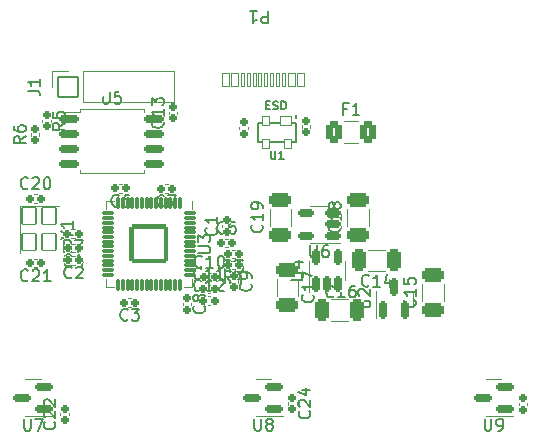
<source format=gbr>
%TF.GenerationSoftware,KiCad,Pcbnew,(7.0.0-0)*%
%TF.CreationDate,2023-04-23T01:53:15-05:00*%
%TF.ProjectId,RP2040_minimal,52503230-3430-45f6-9d69-6e696d616c2e,REV1*%
%TF.SameCoordinates,Original*%
%TF.FileFunction,Legend,Top*%
%TF.FilePolarity,Positive*%
%FSLAX46Y46*%
G04 Gerber Fmt 4.6, Leading zero omitted, Abs format (unit mm)*
G04 Created by KiCad (PCBNEW (7.0.0-0)) date 2023-04-23 01:53:15*
%MOMM*%
%LPD*%
G01*
G04 APERTURE LIST*
G04 Aperture macros list*
%AMRoundRect*
0 Rectangle with rounded corners*
0 $1 Rounding radius*
0 $2 $3 $4 $5 $6 $7 $8 $9 X,Y pos of 4 corners*
0 Add a 4 corners polygon primitive as box body*
4,1,4,$2,$3,$4,$5,$6,$7,$8,$9,$2,$3,0*
0 Add four circle primitives for the rounded corners*
1,1,$1+$1,$2,$3*
1,1,$1+$1,$4,$5*
1,1,$1+$1,$6,$7*
1,1,$1+$1,$8,$9*
0 Add four rect primitives between the rounded corners*
20,1,$1+$1,$2,$3,$4,$5,0*
20,1,$1+$1,$4,$5,$6,$7,0*
20,1,$1+$1,$6,$7,$8,$9,0*
20,1,$1+$1,$8,$9,$2,$3,0*%
G04 Aperture macros list end*
%ADD10C,0.150000*%
%ADD11C,0.120000*%
%ADD12RoundRect,0.191000X-0.170000X0.140000X-0.170000X-0.140000X0.170000X-0.140000X0.170000X0.140000X0*%
%ADD13RoundRect,0.051000X0.300000X0.575000X-0.300000X0.575000X-0.300000X-0.575000X0.300000X-0.575000X0*%
%ADD14RoundRect,0.051000X0.150000X0.575000X-0.150000X0.575000X-0.150000X-0.575000X0.150000X-0.575000X0*%
%ADD15O,1.102000X1.902000*%
%ADD16O,1.102000X2.302000*%
%ADD17RoundRect,0.191000X-0.140000X-0.170000X0.140000X-0.170000X0.140000X0.170000X-0.140000X0.170000X0*%
%ADD18RoundRect,0.201000X0.512500X0.150000X-0.512500X0.150000X-0.512500X-0.150000X0.512500X-0.150000X0*%
%ADD19RoundRect,0.191000X0.140000X0.170000X-0.140000X0.170000X-0.140000X-0.170000X0.140000X-0.170000X0*%
%ADD20RoundRect,0.201000X0.587500X0.150000X-0.587500X0.150000X-0.587500X-0.150000X0.587500X-0.150000X0*%
%ADD21RoundRect,0.301000X0.650000X-0.325000X0.650000X0.325000X-0.650000X0.325000X-0.650000X-0.325000X0*%
%ADD22RoundRect,0.201000X0.150000X-0.587500X0.150000X0.587500X-0.150000X0.587500X-0.150000X-0.587500X0*%
%ADD23RoundRect,0.051000X-0.600000X0.700000X-0.600000X-0.700000X0.600000X-0.700000X0.600000X0.700000X0*%
%ADD24RoundRect,0.050000X0.500000X0.350000X-0.500000X0.350000X-0.500000X-0.350000X0.500000X-0.350000X0*%
%ADD25RoundRect,0.050000X0.300000X0.350000X-0.300000X0.350000X-0.300000X-0.350000X0.300000X-0.350000X0*%
%ADD26RoundRect,0.301000X-0.325000X-0.650000X0.325000X-0.650000X0.325000X0.650000X-0.325000X0.650000X0*%
%ADD27RoundRect,0.191000X0.170000X-0.140000X0.170000X0.140000X-0.170000X0.140000X-0.170000X-0.140000X0*%
%ADD28RoundRect,0.201000X-0.650000X-0.150000X0.650000X-0.150000X0.650000X0.150000X-0.650000X0.150000X0*%
%ADD29RoundRect,0.301000X0.325000X0.650000X-0.325000X0.650000X-0.325000X-0.650000X0.325000X-0.650000X0*%
%ADD30RoundRect,0.301000X-0.650000X0.325000X-0.650000X-0.325000X0.650000X-0.325000X0.650000X0.325000X0*%
%ADD31RoundRect,0.186000X0.135000X0.185000X-0.135000X0.185000X-0.135000X-0.185000X0.135000X-0.185000X0*%
%ADD32RoundRect,0.101000X-0.050000X0.387500X-0.050000X-0.387500X0.050000X-0.387500X0.050000X0.387500X0*%
%ADD33RoundRect,0.101000X-0.387500X0.050000X-0.387500X-0.050000X0.387500X-0.050000X0.387500X0.050000X0*%
%ADD34RoundRect,0.195000X-1.456000X1.456000X-1.456000X-1.456000X1.456000X-1.456000X1.456000X1.456000X0*%
%ADD35RoundRect,0.051000X0.850000X-0.850000X0.850000X0.850000X-0.850000X0.850000X-0.850000X-0.850000X0*%
%ADD36O,1.802000X1.802000*%
%ADD37RoundRect,0.301000X-0.375000X-0.625000X0.375000X-0.625000X0.375000X0.625000X-0.375000X0.625000X0*%
%ADD38RoundRect,0.201000X0.150000X-0.512500X0.150000X0.512500X-0.150000X0.512500X-0.150000X-0.512500X0*%
%ADD39C,3.302000*%
%ADD40C,1.802000*%
%ADD41C,6.502000*%
G04 APERTURE END LIST*
D10*
%TO.C,C9*%
X-1082858Y9683334D02*
X-1035239Y9635715D01*
X-1035239Y9635715D02*
X-987620Y9492858D01*
X-987620Y9492858D02*
X-987620Y9397620D01*
X-987620Y9397620D02*
X-1035239Y9254763D01*
X-1035239Y9254763D02*
X-1130477Y9159525D01*
X-1130477Y9159525D02*
X-1225715Y9111906D01*
X-1225715Y9111906D02*
X-1416191Y9064287D01*
X-1416191Y9064287D02*
X-1559048Y9064287D01*
X-1559048Y9064287D02*
X-1749524Y9111906D01*
X-1749524Y9111906D02*
X-1844762Y9159525D01*
X-1844762Y9159525D02*
X-1940000Y9254763D01*
X-1940000Y9254763D02*
X-1987620Y9397620D01*
X-1987620Y9397620D02*
X-1987620Y9492858D01*
X-1987620Y9492858D02*
X-1940000Y9635715D01*
X-1940000Y9635715D02*
X-1892381Y9683334D01*
X-987620Y10159525D02*
X-987620Y10350001D01*
X-987620Y10350001D02*
X-1035239Y10445239D01*
X-1035239Y10445239D02*
X-1082858Y10492858D01*
X-1082858Y10492858D02*
X-1225715Y10588096D01*
X-1225715Y10588096D02*
X-1416191Y10635715D01*
X-1416191Y10635715D02*
X-1797143Y10635715D01*
X-1797143Y10635715D02*
X-1892381Y10588096D01*
X-1892381Y10588096D02*
X-1940000Y10540477D01*
X-1940000Y10540477D02*
X-1987620Y10445239D01*
X-1987620Y10445239D02*
X-1987620Y10254763D01*
X-1987620Y10254763D02*
X-1940000Y10159525D01*
X-1940000Y10159525D02*
X-1892381Y10111906D01*
X-1892381Y10111906D02*
X-1797143Y10064287D01*
X-1797143Y10064287D02*
X-1559048Y10064287D01*
X-1559048Y10064287D02*
X-1463810Y10111906D01*
X-1463810Y10111906D02*
X-1416191Y10159525D01*
X-1416191Y10159525D02*
X-1368572Y10254763D01*
X-1368572Y10254763D02*
X-1368572Y10445239D01*
X-1368572Y10445239D02*
X-1416191Y10540477D01*
X-1416191Y10540477D02*
X-1463810Y10588096D01*
X-1463810Y10588096D02*
X-1559048Y10635715D01*
%TO.C,P1*%
X388094Y32737381D02*
X388094Y31737381D01*
X388094Y31737381D02*
X7142Y31737381D01*
X7142Y31737381D02*
X-88096Y31785000D01*
X-88096Y31785000D02*
X-135715Y31832620D01*
X-135715Y31832620D02*
X-183334Y31927858D01*
X-183334Y31927858D02*
X-183334Y32070715D01*
X-183334Y32070715D02*
X-135715Y32165953D01*
X-135715Y32165953D02*
X-88096Y32213572D01*
X-88096Y32213572D02*
X7142Y32261191D01*
X7142Y32261191D02*
X388094Y32261191D01*
X-1135715Y32737381D02*
X-564287Y32737381D01*
X-850001Y32737381D02*
X-850001Y31737381D01*
X-850001Y31737381D02*
X-754763Y31880239D01*
X-754763Y31880239D02*
X-659525Y31975477D01*
X-659525Y31975477D02*
X-564287Y32023096D01*
%TO.C,C12*%
X-5247858Y9127858D02*
X-5295477Y9080239D01*
X-5295477Y9080239D02*
X-5438334Y9032620D01*
X-5438334Y9032620D02*
X-5533572Y9032620D01*
X-5533572Y9032620D02*
X-5676429Y9080239D01*
X-5676429Y9080239D02*
X-5771667Y9175477D01*
X-5771667Y9175477D02*
X-5819286Y9270715D01*
X-5819286Y9270715D02*
X-5866905Y9461191D01*
X-5866905Y9461191D02*
X-5866905Y9604048D01*
X-5866905Y9604048D02*
X-5819286Y9794524D01*
X-5819286Y9794524D02*
X-5771667Y9889762D01*
X-5771667Y9889762D02*
X-5676429Y9985000D01*
X-5676429Y9985000D02*
X-5533572Y10032620D01*
X-5533572Y10032620D02*
X-5438334Y10032620D01*
X-5438334Y10032620D02*
X-5295477Y9985000D01*
X-5295477Y9985000D02*
X-5247858Y9937381D01*
X-4295477Y9032620D02*
X-4866905Y9032620D01*
X-4581191Y9032620D02*
X-4581191Y10032620D01*
X-4581191Y10032620D02*
X-4676429Y9889762D01*
X-4676429Y9889762D02*
X-4771667Y9794524D01*
X-4771667Y9794524D02*
X-4866905Y9746905D01*
X-3914524Y9937381D02*
X-3866905Y9985000D01*
X-3866905Y9985000D02*
X-3771667Y10032620D01*
X-3771667Y10032620D02*
X-3533572Y10032620D01*
X-3533572Y10032620D02*
X-3438334Y9985000D01*
X-3438334Y9985000D02*
X-3390715Y9937381D01*
X-3390715Y9937381D02*
X-3343096Y9842143D01*
X-3343096Y9842143D02*
X-3343096Y9746905D01*
X-3343096Y9746905D02*
X-3390715Y9604048D01*
X-3390715Y9604048D02*
X-3962143Y9032620D01*
X-3962143Y9032620D02*
X-3343096Y9032620D01*
%TO.C,C8*%
X-5022858Y7793334D02*
X-4975239Y7745715D01*
X-4975239Y7745715D02*
X-4927620Y7602858D01*
X-4927620Y7602858D02*
X-4927620Y7507620D01*
X-4927620Y7507620D02*
X-4975239Y7364763D01*
X-4975239Y7364763D02*
X-5070477Y7269525D01*
X-5070477Y7269525D02*
X-5165715Y7221906D01*
X-5165715Y7221906D02*
X-5356191Y7174287D01*
X-5356191Y7174287D02*
X-5499048Y7174287D01*
X-5499048Y7174287D02*
X-5689524Y7221906D01*
X-5689524Y7221906D02*
X-5784762Y7269525D01*
X-5784762Y7269525D02*
X-5880000Y7364763D01*
X-5880000Y7364763D02*
X-5927620Y7507620D01*
X-5927620Y7507620D02*
X-5927620Y7602858D01*
X-5927620Y7602858D02*
X-5880000Y7745715D01*
X-5880000Y7745715D02*
X-5832381Y7793334D01*
X-5499048Y8364763D02*
X-5546667Y8269525D01*
X-5546667Y8269525D02*
X-5594286Y8221906D01*
X-5594286Y8221906D02*
X-5689524Y8174287D01*
X-5689524Y8174287D02*
X-5737143Y8174287D01*
X-5737143Y8174287D02*
X-5832381Y8221906D01*
X-5832381Y8221906D02*
X-5880000Y8269525D01*
X-5880000Y8269525D02*
X-5927620Y8364763D01*
X-5927620Y8364763D02*
X-5927620Y8555239D01*
X-5927620Y8555239D02*
X-5880000Y8650477D01*
X-5880000Y8650477D02*
X-5832381Y8698096D01*
X-5832381Y8698096D02*
X-5737143Y8745715D01*
X-5737143Y8745715D02*
X-5689524Y8745715D01*
X-5689524Y8745715D02*
X-5594286Y8698096D01*
X-5594286Y8698096D02*
X-5546667Y8650477D01*
X-5546667Y8650477D02*
X-5499048Y8555239D01*
X-5499048Y8555239D02*
X-5499048Y8364763D01*
X-5499048Y8364763D02*
X-5451429Y8269525D01*
X-5451429Y8269525D02*
X-5403810Y8221906D01*
X-5403810Y8221906D02*
X-5308572Y8174287D01*
X-5308572Y8174287D02*
X-5118096Y8174287D01*
X-5118096Y8174287D02*
X-5022858Y8221906D01*
X-5022858Y8221906D02*
X-4975239Y8269525D01*
X-4975239Y8269525D02*
X-4927620Y8364763D01*
X-4927620Y8364763D02*
X-4927620Y8555239D01*
X-4927620Y8555239D02*
X-4975239Y8650477D01*
X-4975239Y8650477D02*
X-5022858Y8698096D01*
X-5022858Y8698096D02*
X-5118096Y8745715D01*
X-5118096Y8745715D02*
X-5308572Y8745715D01*
X-5308572Y8745715D02*
X-5403810Y8698096D01*
X-5403810Y8698096D02*
X-5451429Y8650477D01*
X-5451429Y8650477D02*
X-5499048Y8555239D01*
%TO.C,U6*%
X3963095Y12922620D02*
X3963095Y12113096D01*
X3963095Y12113096D02*
X4010714Y12017858D01*
X4010714Y12017858D02*
X4058333Y11970239D01*
X4058333Y11970239D02*
X4153571Y11922620D01*
X4153571Y11922620D02*
X4344047Y11922620D01*
X4344047Y11922620D02*
X4439285Y11970239D01*
X4439285Y11970239D02*
X4486904Y12017858D01*
X4486904Y12017858D02*
X4534523Y12113096D01*
X4534523Y12113096D02*
X4534523Y12922620D01*
X5439285Y12922620D02*
X5248809Y12922620D01*
X5248809Y12922620D02*
X5153571Y12875000D01*
X5153571Y12875000D02*
X5105952Y12827381D01*
X5105952Y12827381D02*
X5010714Y12684524D01*
X5010714Y12684524D02*
X4963095Y12494048D01*
X4963095Y12494048D02*
X4963095Y12113096D01*
X4963095Y12113096D02*
X5010714Y12017858D01*
X5010714Y12017858D02*
X5058333Y11970239D01*
X5058333Y11970239D02*
X5153571Y11922620D01*
X5153571Y11922620D02*
X5344047Y11922620D01*
X5344047Y11922620D02*
X5439285Y11970239D01*
X5439285Y11970239D02*
X5486904Y12017858D01*
X5486904Y12017858D02*
X5534523Y12113096D01*
X5534523Y12113096D02*
X5534523Y12351191D01*
X5534523Y12351191D02*
X5486904Y12446429D01*
X5486904Y12446429D02*
X5439285Y12494048D01*
X5439285Y12494048D02*
X5344047Y12541667D01*
X5344047Y12541667D02*
X5153571Y12541667D01*
X5153571Y12541667D02*
X5058333Y12494048D01*
X5058333Y12494048D02*
X5010714Y12446429D01*
X5010714Y12446429D02*
X4963095Y12351191D01*
%TO.C,C2*%
X-16221667Y10217858D02*
X-16269286Y10170239D01*
X-16269286Y10170239D02*
X-16412143Y10122620D01*
X-16412143Y10122620D02*
X-16507381Y10122620D01*
X-16507381Y10122620D02*
X-16650238Y10170239D01*
X-16650238Y10170239D02*
X-16745476Y10265477D01*
X-16745476Y10265477D02*
X-16793095Y10360715D01*
X-16793095Y10360715D02*
X-16840714Y10551191D01*
X-16840714Y10551191D02*
X-16840714Y10694048D01*
X-16840714Y10694048D02*
X-16793095Y10884524D01*
X-16793095Y10884524D02*
X-16745476Y10979762D01*
X-16745476Y10979762D02*
X-16650238Y11075000D01*
X-16650238Y11075000D02*
X-16507381Y11122620D01*
X-16507381Y11122620D02*
X-16412143Y11122620D01*
X-16412143Y11122620D02*
X-16269286Y11075000D01*
X-16269286Y11075000D02*
X-16221667Y11027381D01*
X-15840714Y11027381D02*
X-15793095Y11075000D01*
X-15793095Y11075000D02*
X-15697857Y11122620D01*
X-15697857Y11122620D02*
X-15459762Y11122620D01*
X-15459762Y11122620D02*
X-15364524Y11075000D01*
X-15364524Y11075000D02*
X-15316905Y11027381D01*
X-15316905Y11027381D02*
X-15269286Y10932143D01*
X-15269286Y10932143D02*
X-15269286Y10836905D01*
X-15269286Y10836905D02*
X-15316905Y10694048D01*
X-15316905Y10694048D02*
X-15888333Y10122620D01*
X-15888333Y10122620D02*
X-15269286Y10122620D01*
%TO.C,U9*%
X18738095Y-1767380D02*
X18738095Y-2576904D01*
X18738095Y-2576904D02*
X18785714Y-2672142D01*
X18785714Y-2672142D02*
X18833333Y-2719761D01*
X18833333Y-2719761D02*
X18928571Y-2767380D01*
X18928571Y-2767380D02*
X19119047Y-2767380D01*
X19119047Y-2767380D02*
X19214285Y-2719761D01*
X19214285Y-2719761D02*
X19261904Y-2672142D01*
X19261904Y-2672142D02*
X19309523Y-2576904D01*
X19309523Y-2576904D02*
X19309523Y-1767380D01*
X19833333Y-2767380D02*
X20023809Y-2767380D01*
X20023809Y-2767380D02*
X20119047Y-2719761D01*
X20119047Y-2719761D02*
X20166666Y-2672142D01*
X20166666Y-2672142D02*
X20261904Y-2529285D01*
X20261904Y-2529285D02*
X20309523Y-2338809D01*
X20309523Y-2338809D02*
X20309523Y-1957857D01*
X20309523Y-1957857D02*
X20261904Y-1862619D01*
X20261904Y-1862619D02*
X20214285Y-1815000D01*
X20214285Y-1815000D02*
X20119047Y-1767380D01*
X20119047Y-1767380D02*
X19928571Y-1767380D01*
X19928571Y-1767380D02*
X19833333Y-1815000D01*
X19833333Y-1815000D02*
X19785714Y-1862619D01*
X19785714Y-1862619D02*
X19738095Y-1957857D01*
X19738095Y-1957857D02*
X19738095Y-2195952D01*
X19738095Y-2195952D02*
X19785714Y-2291190D01*
X19785714Y-2291190D02*
X19833333Y-2338809D01*
X19833333Y-2338809D02*
X19928571Y-2386428D01*
X19928571Y-2386428D02*
X20119047Y-2386428D01*
X20119047Y-2386428D02*
X20214285Y-2338809D01*
X20214285Y-2338809D02*
X20261904Y-2291190D01*
X20261904Y-2291190D02*
X20309523Y-2195952D01*
%TO.C,R3*%
X-2701667Y10652620D02*
X-3035000Y11128810D01*
X-3273095Y10652620D02*
X-3273095Y11652620D01*
X-3273095Y11652620D02*
X-2892143Y11652620D01*
X-2892143Y11652620D02*
X-2796905Y11605000D01*
X-2796905Y11605000D02*
X-2749286Y11557381D01*
X-2749286Y11557381D02*
X-2701667Y11462143D01*
X-2701667Y11462143D02*
X-2701667Y11319286D01*
X-2701667Y11319286D02*
X-2749286Y11224048D01*
X-2749286Y11224048D02*
X-2796905Y11176429D01*
X-2796905Y11176429D02*
X-2892143Y11128810D01*
X-2892143Y11128810D02*
X-3273095Y11128810D01*
X-2368333Y11652620D02*
X-1749286Y11652620D01*
X-1749286Y11652620D02*
X-2082619Y11271667D01*
X-2082619Y11271667D02*
X-1939762Y11271667D01*
X-1939762Y11271667D02*
X-1844524Y11224048D01*
X-1844524Y11224048D02*
X-1796905Y11176429D01*
X-1796905Y11176429D02*
X-1749286Y11081191D01*
X-1749286Y11081191D02*
X-1749286Y10843096D01*
X-1749286Y10843096D02*
X-1796905Y10747858D01*
X-1796905Y10747858D02*
X-1844524Y10700239D01*
X-1844524Y10700239D02*
X-1939762Y10652620D01*
X-1939762Y10652620D02*
X-2225476Y10652620D01*
X-2225476Y10652620D02*
X-2320714Y10700239D01*
X-2320714Y10700239D02*
X-2368333Y10747858D01*
%TO.C,C18*%
X6452142Y14647143D02*
X6499761Y14599524D01*
X6499761Y14599524D02*
X6547380Y14456667D01*
X6547380Y14456667D02*
X6547380Y14361429D01*
X6547380Y14361429D02*
X6499761Y14218572D01*
X6499761Y14218572D02*
X6404523Y14123334D01*
X6404523Y14123334D02*
X6309285Y14075715D01*
X6309285Y14075715D02*
X6118809Y14028096D01*
X6118809Y14028096D02*
X5975952Y14028096D01*
X5975952Y14028096D02*
X5785476Y14075715D01*
X5785476Y14075715D02*
X5690238Y14123334D01*
X5690238Y14123334D02*
X5595000Y14218572D01*
X5595000Y14218572D02*
X5547380Y14361429D01*
X5547380Y14361429D02*
X5547380Y14456667D01*
X5547380Y14456667D02*
X5595000Y14599524D01*
X5595000Y14599524D02*
X5642619Y14647143D01*
X6547380Y15599524D02*
X6547380Y15028096D01*
X6547380Y15313810D02*
X5547380Y15313810D01*
X5547380Y15313810D02*
X5690238Y15218572D01*
X5690238Y15218572D02*
X5785476Y15123334D01*
X5785476Y15123334D02*
X5833095Y15028096D01*
X5975952Y16170953D02*
X5928333Y16075715D01*
X5928333Y16075715D02*
X5880714Y16028096D01*
X5880714Y16028096D02*
X5785476Y15980477D01*
X5785476Y15980477D02*
X5737857Y15980477D01*
X5737857Y15980477D02*
X5642619Y16028096D01*
X5642619Y16028096D02*
X5595000Y16075715D01*
X5595000Y16075715D02*
X5547380Y16170953D01*
X5547380Y16170953D02*
X5547380Y16361429D01*
X5547380Y16361429D02*
X5595000Y16456667D01*
X5595000Y16456667D02*
X5642619Y16504286D01*
X5642619Y16504286D02*
X5737857Y16551905D01*
X5737857Y16551905D02*
X5785476Y16551905D01*
X5785476Y16551905D02*
X5880714Y16504286D01*
X5880714Y16504286D02*
X5928333Y16456667D01*
X5928333Y16456667D02*
X5975952Y16361429D01*
X5975952Y16361429D02*
X5975952Y16170953D01*
X5975952Y16170953D02*
X6023571Y16075715D01*
X6023571Y16075715D02*
X6071190Y16028096D01*
X6071190Y16028096D02*
X6166428Y15980477D01*
X6166428Y15980477D02*
X6356904Y15980477D01*
X6356904Y15980477D02*
X6452142Y16028096D01*
X6452142Y16028096D02*
X6499761Y16075715D01*
X6499761Y16075715D02*
X6547380Y16170953D01*
X6547380Y16170953D02*
X6547380Y16361429D01*
X6547380Y16361429D02*
X6499761Y16456667D01*
X6499761Y16456667D02*
X6452142Y16504286D01*
X6452142Y16504286D02*
X6356904Y16551905D01*
X6356904Y16551905D02*
X6166428Y16551905D01*
X6166428Y16551905D02*
X6071190Y16504286D01*
X6071190Y16504286D02*
X6023571Y16456667D01*
X6023571Y16456667D02*
X5975952Y16361429D01*
%TO.C,U2*%
X8037380Y7655596D02*
X8846904Y7655596D01*
X8846904Y7655596D02*
X8942142Y7703215D01*
X8942142Y7703215D02*
X8989761Y7750834D01*
X8989761Y7750834D02*
X9037380Y7846072D01*
X9037380Y7846072D02*
X9037380Y8036548D01*
X9037380Y8036548D02*
X8989761Y8131786D01*
X8989761Y8131786D02*
X8942142Y8179405D01*
X8942142Y8179405D02*
X8846904Y8227024D01*
X8846904Y8227024D02*
X8037380Y8227024D01*
X8132619Y8655596D02*
X8085000Y8703215D01*
X8085000Y8703215D02*
X8037380Y8798453D01*
X8037380Y8798453D02*
X8037380Y9036548D01*
X8037380Y9036548D02*
X8085000Y9131786D01*
X8085000Y9131786D02*
X8132619Y9179405D01*
X8132619Y9179405D02*
X8227857Y9227024D01*
X8227857Y9227024D02*
X8323095Y9227024D01*
X8323095Y9227024D02*
X8465952Y9179405D01*
X8465952Y9179405D02*
X9037380Y8607977D01*
X9037380Y8607977D02*
X9037380Y9227024D01*
%TO.C,C11*%
X-5257858Y10117858D02*
X-5305477Y10070239D01*
X-5305477Y10070239D02*
X-5448334Y10022620D01*
X-5448334Y10022620D02*
X-5543572Y10022620D01*
X-5543572Y10022620D02*
X-5686429Y10070239D01*
X-5686429Y10070239D02*
X-5781667Y10165477D01*
X-5781667Y10165477D02*
X-5829286Y10260715D01*
X-5829286Y10260715D02*
X-5876905Y10451191D01*
X-5876905Y10451191D02*
X-5876905Y10594048D01*
X-5876905Y10594048D02*
X-5829286Y10784524D01*
X-5829286Y10784524D02*
X-5781667Y10879762D01*
X-5781667Y10879762D02*
X-5686429Y10975000D01*
X-5686429Y10975000D02*
X-5543572Y11022620D01*
X-5543572Y11022620D02*
X-5448334Y11022620D01*
X-5448334Y11022620D02*
X-5305477Y10975000D01*
X-5305477Y10975000D02*
X-5257858Y10927381D01*
X-4305477Y10022620D02*
X-4876905Y10022620D01*
X-4591191Y10022620D02*
X-4591191Y11022620D01*
X-4591191Y11022620D02*
X-4686429Y10879762D01*
X-4686429Y10879762D02*
X-4781667Y10784524D01*
X-4781667Y10784524D02*
X-4876905Y10736905D01*
X-3353096Y10022620D02*
X-3924524Y10022620D01*
X-3638810Y10022620D02*
X-3638810Y11022620D01*
X-3638810Y11022620D02*
X-3734048Y10879762D01*
X-3734048Y10879762D02*
X-3829286Y10784524D01*
X-3829286Y10784524D02*
X-3924524Y10736905D01*
%TO.C,Y1*%
X-16626903Y13783810D02*
X-16150713Y13783810D01*
X-17150713Y13450477D02*
X-16626903Y13783810D01*
X-16626903Y13783810D02*
X-17150713Y14117143D01*
X-16150713Y14974286D02*
X-16150713Y14402858D01*
X-16150713Y14688572D02*
X-17150713Y14688572D01*
X-17150713Y14688572D02*
X-17007855Y14593334D01*
X-17007855Y14593334D02*
X-16912617Y14498096D01*
X-16912617Y14498096D02*
X-16864998Y14402858D01*
%TO.C,C4*%
X-16253417Y11246108D02*
X-16301036Y11198489D01*
X-16301036Y11198489D02*
X-16443893Y11150870D01*
X-16443893Y11150870D02*
X-16539131Y11150870D01*
X-16539131Y11150870D02*
X-16681988Y11198489D01*
X-16681988Y11198489D02*
X-16777226Y11293727D01*
X-16777226Y11293727D02*
X-16824845Y11388965D01*
X-16824845Y11388965D02*
X-16872464Y11579441D01*
X-16872464Y11579441D02*
X-16872464Y11722298D01*
X-16872464Y11722298D02*
X-16824845Y11912774D01*
X-16824845Y11912774D02*
X-16777226Y12008012D01*
X-16777226Y12008012D02*
X-16681988Y12103250D01*
X-16681988Y12103250D02*
X-16539131Y12150870D01*
X-16539131Y12150870D02*
X-16443893Y12150870D01*
X-16443893Y12150870D02*
X-16301036Y12103250D01*
X-16301036Y12103250D02*
X-16253417Y12055631D01*
X-15396274Y11817536D02*
X-15396274Y11150870D01*
X-15634369Y12198489D02*
X-15872464Y11484203D01*
X-15872464Y11484203D02*
X-15253417Y11484203D01*
%TO.C,U1*%
X626666Y20922834D02*
X626666Y20356167D01*
X626666Y20356167D02*
X660000Y20289500D01*
X660000Y20289500D02*
X693333Y20256167D01*
X693333Y20256167D02*
X760000Y20222834D01*
X760000Y20222834D02*
X893333Y20222834D01*
X893333Y20222834D02*
X960000Y20256167D01*
X960000Y20256167D02*
X993333Y20289500D01*
X993333Y20289500D02*
X1026666Y20356167D01*
X1026666Y20356167D02*
X1026666Y20922834D01*
X1726666Y20222834D02*
X1326666Y20222834D01*
X1526666Y20222834D02*
X1526666Y20922834D01*
X1526666Y20922834D02*
X1459999Y20822834D01*
X1459999Y20822834D02*
X1393333Y20756167D01*
X1393333Y20756167D02*
X1326666Y20722834D01*
X211666Y24784500D02*
X445000Y24784500D01*
X545000Y24417834D02*
X211666Y24417834D01*
X211666Y24417834D02*
X211666Y25117834D01*
X211666Y25117834D02*
X545000Y25117834D01*
X811666Y24451167D02*
X911666Y24417834D01*
X911666Y24417834D02*
X1078333Y24417834D01*
X1078333Y24417834D02*
X1144999Y24451167D01*
X1144999Y24451167D02*
X1178333Y24484500D01*
X1178333Y24484500D02*
X1211666Y24551167D01*
X1211666Y24551167D02*
X1211666Y24617834D01*
X1211666Y24617834D02*
X1178333Y24684500D01*
X1178333Y24684500D02*
X1144999Y24717834D01*
X1144999Y24717834D02*
X1078333Y24751167D01*
X1078333Y24751167D02*
X944999Y24784500D01*
X944999Y24784500D02*
X878333Y24817834D01*
X878333Y24817834D02*
X844999Y24851167D01*
X844999Y24851167D02*
X811666Y24917834D01*
X811666Y24917834D02*
X811666Y24984500D01*
X811666Y24984500D02*
X844999Y25051167D01*
X844999Y25051167D02*
X878333Y25084500D01*
X878333Y25084500D02*
X944999Y25117834D01*
X944999Y25117834D02*
X1111666Y25117834D01*
X1111666Y25117834D02*
X1211666Y25084500D01*
X1511666Y24417834D02*
X1511666Y25117834D01*
X1511666Y25117834D02*
X1678333Y25117834D01*
X1678333Y25117834D02*
X1778333Y25084500D01*
X1778333Y25084500D02*
X1845000Y25017834D01*
X1845000Y25017834D02*
X1878333Y24951167D01*
X1878333Y24951167D02*
X1911666Y24817834D01*
X1911666Y24817834D02*
X1911666Y24717834D01*
X1911666Y24717834D02*
X1878333Y24584500D01*
X1878333Y24584500D02*
X1845000Y24517834D01*
X1845000Y24517834D02*
X1778333Y24451167D01*
X1778333Y24451167D02*
X1678333Y24417834D01*
X1678333Y24417834D02*
X1511666Y24417834D01*
%TO.C,C16*%
X5932142Y8602858D02*
X5884523Y8555239D01*
X5884523Y8555239D02*
X5741666Y8507620D01*
X5741666Y8507620D02*
X5646428Y8507620D01*
X5646428Y8507620D02*
X5503571Y8555239D01*
X5503571Y8555239D02*
X5408333Y8650477D01*
X5408333Y8650477D02*
X5360714Y8745715D01*
X5360714Y8745715D02*
X5313095Y8936191D01*
X5313095Y8936191D02*
X5313095Y9079048D01*
X5313095Y9079048D02*
X5360714Y9269524D01*
X5360714Y9269524D02*
X5408333Y9364762D01*
X5408333Y9364762D02*
X5503571Y9460000D01*
X5503571Y9460000D02*
X5646428Y9507620D01*
X5646428Y9507620D02*
X5741666Y9507620D01*
X5741666Y9507620D02*
X5884523Y9460000D01*
X5884523Y9460000D02*
X5932142Y9412381D01*
X6884523Y8507620D02*
X6313095Y8507620D01*
X6598809Y8507620D02*
X6598809Y9507620D01*
X6598809Y9507620D02*
X6503571Y9364762D01*
X6503571Y9364762D02*
X6408333Y9269524D01*
X6408333Y9269524D02*
X6313095Y9221905D01*
X7741666Y9507620D02*
X7551190Y9507620D01*
X7551190Y9507620D02*
X7455952Y9460000D01*
X7455952Y9460000D02*
X7408333Y9412381D01*
X7408333Y9412381D02*
X7313095Y9269524D01*
X7313095Y9269524D02*
X7265476Y9079048D01*
X7265476Y9079048D02*
X7265476Y8698096D01*
X7265476Y8698096D02*
X7313095Y8602858D01*
X7313095Y8602858D02*
X7360714Y8555239D01*
X7360714Y8555239D02*
X7455952Y8507620D01*
X7455952Y8507620D02*
X7646428Y8507620D01*
X7646428Y8507620D02*
X7741666Y8555239D01*
X7741666Y8555239D02*
X7789285Y8602858D01*
X7789285Y8602858D02*
X7836904Y8698096D01*
X7836904Y8698096D02*
X7836904Y8936191D01*
X7836904Y8936191D02*
X7789285Y9031429D01*
X7789285Y9031429D02*
X7741666Y9079048D01*
X7741666Y9079048D02*
X7646428Y9126667D01*
X7646428Y9126667D02*
X7455952Y9126667D01*
X7455952Y9126667D02*
X7360714Y9079048D01*
X7360714Y9079048D02*
X7313095Y9031429D01*
X7313095Y9031429D02*
X7265476Y8936191D01*
%TO.C,R4*%
X-2711667Y9722620D02*
X-3045000Y10198810D01*
X-3283095Y9722620D02*
X-3283095Y10722620D01*
X-3283095Y10722620D02*
X-2902143Y10722620D01*
X-2902143Y10722620D02*
X-2806905Y10675000D01*
X-2806905Y10675000D02*
X-2759286Y10627381D01*
X-2759286Y10627381D02*
X-2711667Y10532143D01*
X-2711667Y10532143D02*
X-2711667Y10389286D01*
X-2711667Y10389286D02*
X-2759286Y10294048D01*
X-2759286Y10294048D02*
X-2806905Y10246429D01*
X-2806905Y10246429D02*
X-2902143Y10198810D01*
X-2902143Y10198810D02*
X-3283095Y10198810D01*
X-1854524Y10389286D02*
X-1854524Y9722620D01*
X-2092619Y10770239D02*
X-2330714Y10055953D01*
X-2330714Y10055953D02*
X-1711667Y10055953D01*
%TO.C,R6*%
X-20132620Y22133334D02*
X-20608810Y21800001D01*
X-20132620Y21561906D02*
X-21132620Y21561906D01*
X-21132620Y21561906D02*
X-21132620Y21942858D01*
X-21132620Y21942858D02*
X-21085000Y22038096D01*
X-21085000Y22038096D02*
X-21037381Y22085715D01*
X-21037381Y22085715D02*
X-20942143Y22133334D01*
X-20942143Y22133334D02*
X-20799286Y22133334D01*
X-20799286Y22133334D02*
X-20704048Y22085715D01*
X-20704048Y22085715D02*
X-20656429Y22038096D01*
X-20656429Y22038096D02*
X-20608810Y21942858D01*
X-20608810Y21942858D02*
X-20608810Y21561906D01*
X-21132620Y22990477D02*
X-21132620Y22800001D01*
X-21132620Y22800001D02*
X-21085000Y22704763D01*
X-21085000Y22704763D02*
X-21037381Y22657144D01*
X-21037381Y22657144D02*
X-20894524Y22561906D01*
X-20894524Y22561906D02*
X-20704048Y22514287D01*
X-20704048Y22514287D02*
X-20323096Y22514287D01*
X-20323096Y22514287D02*
X-20227858Y22561906D01*
X-20227858Y22561906D02*
X-20180239Y22609525D01*
X-20180239Y22609525D02*
X-20132620Y22704763D01*
X-20132620Y22704763D02*
X-20132620Y22895239D01*
X-20132620Y22895239D02*
X-20180239Y22990477D01*
X-20180239Y22990477D02*
X-20227858Y23038096D01*
X-20227858Y23038096D02*
X-20323096Y23085715D01*
X-20323096Y23085715D02*
X-20561191Y23085715D01*
X-20561191Y23085715D02*
X-20656429Y23038096D01*
X-20656429Y23038096D02*
X-20704048Y22990477D01*
X-20704048Y22990477D02*
X-20751667Y22895239D01*
X-20751667Y22895239D02*
X-20751667Y22704763D01*
X-20751667Y22704763D02*
X-20704048Y22609525D01*
X-20704048Y22609525D02*
X-20656429Y22561906D01*
X-20656429Y22561906D02*
X-20561191Y22514287D01*
%TO.C,C13*%
X-8542858Y23497143D02*
X-8495239Y23449524D01*
X-8495239Y23449524D02*
X-8447620Y23306667D01*
X-8447620Y23306667D02*
X-8447620Y23211429D01*
X-8447620Y23211429D02*
X-8495239Y23068572D01*
X-8495239Y23068572D02*
X-8590477Y22973334D01*
X-8590477Y22973334D02*
X-8685715Y22925715D01*
X-8685715Y22925715D02*
X-8876191Y22878096D01*
X-8876191Y22878096D02*
X-9019048Y22878096D01*
X-9019048Y22878096D02*
X-9209524Y22925715D01*
X-9209524Y22925715D02*
X-9304762Y22973334D01*
X-9304762Y22973334D02*
X-9400000Y23068572D01*
X-9400000Y23068572D02*
X-9447620Y23211429D01*
X-9447620Y23211429D02*
X-9447620Y23306667D01*
X-9447620Y23306667D02*
X-9400000Y23449524D01*
X-9400000Y23449524D02*
X-9352381Y23497143D01*
X-8447620Y24449524D02*
X-8447620Y23878096D01*
X-8447620Y24163810D02*
X-9447620Y24163810D01*
X-9447620Y24163810D02*
X-9304762Y24068572D01*
X-9304762Y24068572D02*
X-9209524Y23973334D01*
X-9209524Y23973334D02*
X-9161905Y23878096D01*
X-9447620Y24782858D02*
X-9447620Y25401905D01*
X-9447620Y25401905D02*
X-9066667Y25068572D01*
X-9066667Y25068572D02*
X-9066667Y25211429D01*
X-9066667Y25211429D02*
X-9019048Y25306667D01*
X-9019048Y25306667D02*
X-8971429Y25354286D01*
X-8971429Y25354286D02*
X-8876191Y25401905D01*
X-8876191Y25401905D02*
X-8638096Y25401905D01*
X-8638096Y25401905D02*
X-8542858Y25354286D01*
X-8542858Y25354286D02*
X-8495239Y25306667D01*
X-8495239Y25306667D02*
X-8447620Y25211429D01*
X-8447620Y25211429D02*
X-8447620Y24925715D01*
X-8447620Y24925715D02*
X-8495239Y24830477D01*
X-8495239Y24830477D02*
X-8542858Y24782858D01*
%TO.C,U5*%
X-13596905Y25922620D02*
X-13596905Y25113096D01*
X-13596905Y25113096D02*
X-13549286Y25017858D01*
X-13549286Y25017858D02*
X-13501667Y24970239D01*
X-13501667Y24970239D02*
X-13406429Y24922620D01*
X-13406429Y24922620D02*
X-13215953Y24922620D01*
X-13215953Y24922620D02*
X-13120715Y24970239D01*
X-13120715Y24970239D02*
X-13073096Y25017858D01*
X-13073096Y25017858D02*
X-13025477Y25113096D01*
X-13025477Y25113096D02*
X-13025477Y25922620D01*
X-12073096Y25922620D02*
X-12549286Y25922620D01*
X-12549286Y25922620D02*
X-12596905Y25446429D01*
X-12596905Y25446429D02*
X-12549286Y25494048D01*
X-12549286Y25494048D02*
X-12454048Y25541667D01*
X-12454048Y25541667D02*
X-12215953Y25541667D01*
X-12215953Y25541667D02*
X-12120715Y25494048D01*
X-12120715Y25494048D02*
X-12073096Y25446429D01*
X-12073096Y25446429D02*
X-12025477Y25351191D01*
X-12025477Y25351191D02*
X-12025477Y25113096D01*
X-12025477Y25113096D02*
X-12073096Y25017858D01*
X-12073096Y25017858D02*
X-12120715Y24970239D01*
X-12120715Y24970239D02*
X-12215953Y24922620D01*
X-12215953Y24922620D02*
X-12454048Y24922620D01*
X-12454048Y24922620D02*
X-12549286Y24970239D01*
X-12549286Y24970239D02*
X-12596905Y25017858D01*
%TO.C,C14*%
X8937142Y9522858D02*
X8889523Y9475239D01*
X8889523Y9475239D02*
X8746666Y9427620D01*
X8746666Y9427620D02*
X8651428Y9427620D01*
X8651428Y9427620D02*
X8508571Y9475239D01*
X8508571Y9475239D02*
X8413333Y9570477D01*
X8413333Y9570477D02*
X8365714Y9665715D01*
X8365714Y9665715D02*
X8318095Y9856191D01*
X8318095Y9856191D02*
X8318095Y9999048D01*
X8318095Y9999048D02*
X8365714Y10189524D01*
X8365714Y10189524D02*
X8413333Y10284762D01*
X8413333Y10284762D02*
X8508571Y10380000D01*
X8508571Y10380000D02*
X8651428Y10427620D01*
X8651428Y10427620D02*
X8746666Y10427620D01*
X8746666Y10427620D02*
X8889523Y10380000D01*
X8889523Y10380000D02*
X8937142Y10332381D01*
X9889523Y9427620D02*
X9318095Y9427620D01*
X9603809Y9427620D02*
X9603809Y10427620D01*
X9603809Y10427620D02*
X9508571Y10284762D01*
X9508571Y10284762D02*
X9413333Y10189524D01*
X9413333Y10189524D02*
X9318095Y10141905D01*
X10746666Y10094286D02*
X10746666Y9427620D01*
X10508571Y10475239D02*
X10270476Y9760953D01*
X10270476Y9760953D02*
X10889523Y9760953D01*
%TO.C,C5*%
X-3271667Y14007858D02*
X-3319286Y13960239D01*
X-3319286Y13960239D02*
X-3462143Y13912620D01*
X-3462143Y13912620D02*
X-3557381Y13912620D01*
X-3557381Y13912620D02*
X-3700238Y13960239D01*
X-3700238Y13960239D02*
X-3795476Y14055477D01*
X-3795476Y14055477D02*
X-3843095Y14150715D01*
X-3843095Y14150715D02*
X-3890714Y14341191D01*
X-3890714Y14341191D02*
X-3890714Y14484048D01*
X-3890714Y14484048D02*
X-3843095Y14674524D01*
X-3843095Y14674524D02*
X-3795476Y14769762D01*
X-3795476Y14769762D02*
X-3700238Y14865000D01*
X-3700238Y14865000D02*
X-3557381Y14912620D01*
X-3557381Y14912620D02*
X-3462143Y14912620D01*
X-3462143Y14912620D02*
X-3319286Y14865000D01*
X-3319286Y14865000D02*
X-3271667Y14817381D01*
X-2366905Y14912620D02*
X-2843095Y14912620D01*
X-2843095Y14912620D02*
X-2890714Y14436429D01*
X-2890714Y14436429D02*
X-2843095Y14484048D01*
X-2843095Y14484048D02*
X-2747857Y14531667D01*
X-2747857Y14531667D02*
X-2509762Y14531667D01*
X-2509762Y14531667D02*
X-2414524Y14484048D01*
X-2414524Y14484048D02*
X-2366905Y14436429D01*
X-2366905Y14436429D02*
X-2319286Y14341191D01*
X-2319286Y14341191D02*
X-2319286Y14103096D01*
X-2319286Y14103096D02*
X-2366905Y14007858D01*
X-2366905Y14007858D02*
X-2414524Y13960239D01*
X-2414524Y13960239D02*
X-2509762Y13912620D01*
X-2509762Y13912620D02*
X-2747857Y13912620D01*
X-2747857Y13912620D02*
X-2843095Y13960239D01*
X-2843095Y13960239D02*
X-2890714Y14007858D01*
%TO.C,C22*%
X-17707858Y-2022857D02*
X-17660239Y-2070476D01*
X-17660239Y-2070476D02*
X-17612620Y-2213333D01*
X-17612620Y-2213333D02*
X-17612620Y-2308571D01*
X-17612620Y-2308571D02*
X-17660239Y-2451428D01*
X-17660239Y-2451428D02*
X-17755477Y-2546666D01*
X-17755477Y-2546666D02*
X-17850715Y-2594285D01*
X-17850715Y-2594285D02*
X-18041191Y-2641904D01*
X-18041191Y-2641904D02*
X-18184048Y-2641904D01*
X-18184048Y-2641904D02*
X-18374524Y-2594285D01*
X-18374524Y-2594285D02*
X-18469762Y-2546666D01*
X-18469762Y-2546666D02*
X-18565000Y-2451428D01*
X-18565000Y-2451428D02*
X-18612620Y-2308571D01*
X-18612620Y-2308571D02*
X-18612620Y-2213333D01*
X-18612620Y-2213333D02*
X-18565000Y-2070476D01*
X-18565000Y-2070476D02*
X-18517381Y-2022857D01*
X-18517381Y-1641904D02*
X-18565000Y-1594285D01*
X-18565000Y-1594285D02*
X-18612620Y-1499047D01*
X-18612620Y-1499047D02*
X-18612620Y-1260952D01*
X-18612620Y-1260952D02*
X-18565000Y-1165714D01*
X-18565000Y-1165714D02*
X-18517381Y-1118095D01*
X-18517381Y-1118095D02*
X-18422143Y-1070476D01*
X-18422143Y-1070476D02*
X-18326905Y-1070476D01*
X-18326905Y-1070476D02*
X-18184048Y-1118095D01*
X-18184048Y-1118095D02*
X-17612620Y-1689523D01*
X-17612620Y-1689523D02*
X-17612620Y-1070476D01*
X-18517381Y-689523D02*
X-18565000Y-641904D01*
X-18565000Y-641904D02*
X-18612620Y-546666D01*
X-18612620Y-546666D02*
X-18612620Y-308571D01*
X-18612620Y-308571D02*
X-18565000Y-213333D01*
X-18565000Y-213333D02*
X-18517381Y-165714D01*
X-18517381Y-165714D02*
X-18422143Y-118095D01*
X-18422143Y-118095D02*
X-18326905Y-118095D01*
X-18326905Y-118095D02*
X-18184048Y-165714D01*
X-18184048Y-165714D02*
X-17612620Y-737142D01*
X-17612620Y-737142D02*
X-17612620Y-118095D01*
%TO.C,C6*%
X-12246667Y16297858D02*
X-12294286Y16250239D01*
X-12294286Y16250239D02*
X-12437143Y16202620D01*
X-12437143Y16202620D02*
X-12532381Y16202620D01*
X-12532381Y16202620D02*
X-12675238Y16250239D01*
X-12675238Y16250239D02*
X-12770476Y16345477D01*
X-12770476Y16345477D02*
X-12818095Y16440715D01*
X-12818095Y16440715D02*
X-12865714Y16631191D01*
X-12865714Y16631191D02*
X-12865714Y16774048D01*
X-12865714Y16774048D02*
X-12818095Y16964524D01*
X-12818095Y16964524D02*
X-12770476Y17059762D01*
X-12770476Y17059762D02*
X-12675238Y17155000D01*
X-12675238Y17155000D02*
X-12532381Y17202620D01*
X-12532381Y17202620D02*
X-12437143Y17202620D01*
X-12437143Y17202620D02*
X-12294286Y17155000D01*
X-12294286Y17155000D02*
X-12246667Y17107381D01*
X-11389524Y17202620D02*
X-11580000Y17202620D01*
X-11580000Y17202620D02*
X-11675238Y17155000D01*
X-11675238Y17155000D02*
X-11722857Y17107381D01*
X-11722857Y17107381D02*
X-11818095Y16964524D01*
X-11818095Y16964524D02*
X-11865714Y16774048D01*
X-11865714Y16774048D02*
X-11865714Y16393096D01*
X-11865714Y16393096D02*
X-11818095Y16297858D01*
X-11818095Y16297858D02*
X-11770476Y16250239D01*
X-11770476Y16250239D02*
X-11675238Y16202620D01*
X-11675238Y16202620D02*
X-11484762Y16202620D01*
X-11484762Y16202620D02*
X-11389524Y16250239D01*
X-11389524Y16250239D02*
X-11341905Y16297858D01*
X-11341905Y16297858D02*
X-11294286Y16393096D01*
X-11294286Y16393096D02*
X-11294286Y16631191D01*
X-11294286Y16631191D02*
X-11341905Y16726429D01*
X-11341905Y16726429D02*
X-11389524Y16774048D01*
X-11389524Y16774048D02*
X-11484762Y16821667D01*
X-11484762Y16821667D02*
X-11675238Y16821667D01*
X-11675238Y16821667D02*
X-11770476Y16774048D01*
X-11770476Y16774048D02*
X-11818095Y16726429D01*
X-11818095Y16726429D02*
X-11865714Y16631191D01*
%TO.C,C17*%
X4164955Y8730830D02*
X4212574Y8683211D01*
X4212574Y8683211D02*
X4260193Y8540354D01*
X4260193Y8540354D02*
X4260193Y8445116D01*
X4260193Y8445116D02*
X4212574Y8302259D01*
X4212574Y8302259D02*
X4117336Y8207021D01*
X4117336Y8207021D02*
X4022098Y8159402D01*
X4022098Y8159402D02*
X3831622Y8111783D01*
X3831622Y8111783D02*
X3688765Y8111783D01*
X3688765Y8111783D02*
X3498289Y8159402D01*
X3498289Y8159402D02*
X3403051Y8207021D01*
X3403051Y8207021D02*
X3307813Y8302259D01*
X3307813Y8302259D02*
X3260193Y8445116D01*
X3260193Y8445116D02*
X3260193Y8540354D01*
X3260193Y8540354D02*
X3307813Y8683211D01*
X3307813Y8683211D02*
X3355432Y8730830D01*
X4260193Y9683211D02*
X4260193Y9111783D01*
X4260193Y9397497D02*
X3260193Y9397497D01*
X3260193Y9397497D02*
X3403051Y9302259D01*
X3403051Y9302259D02*
X3498289Y9207021D01*
X3498289Y9207021D02*
X3545908Y9111783D01*
X3260193Y10016545D02*
X3260193Y10683211D01*
X3260193Y10683211D02*
X4260193Y10254640D01*
%TO.C,R5*%
X-16822620Y23293334D02*
X-17298810Y22960001D01*
X-16822620Y22721906D02*
X-17822620Y22721906D01*
X-17822620Y22721906D02*
X-17822620Y23102858D01*
X-17822620Y23102858D02*
X-17775000Y23198096D01*
X-17775000Y23198096D02*
X-17727381Y23245715D01*
X-17727381Y23245715D02*
X-17632143Y23293334D01*
X-17632143Y23293334D02*
X-17489286Y23293334D01*
X-17489286Y23293334D02*
X-17394048Y23245715D01*
X-17394048Y23245715D02*
X-17346429Y23198096D01*
X-17346429Y23198096D02*
X-17298810Y23102858D01*
X-17298810Y23102858D02*
X-17298810Y22721906D01*
X-17822620Y24198096D02*
X-17822620Y23721906D01*
X-17822620Y23721906D02*
X-17346429Y23674287D01*
X-17346429Y23674287D02*
X-17394048Y23721906D01*
X-17394048Y23721906D02*
X-17441667Y23817144D01*
X-17441667Y23817144D02*
X-17441667Y24055239D01*
X-17441667Y24055239D02*
X-17394048Y24150477D01*
X-17394048Y24150477D02*
X-17346429Y24198096D01*
X-17346429Y24198096D02*
X-17251191Y24245715D01*
X-17251191Y24245715D02*
X-17013096Y24245715D01*
X-17013096Y24245715D02*
X-16917858Y24198096D01*
X-16917858Y24198096D02*
X-16870239Y24150477D01*
X-16870239Y24150477D02*
X-16822620Y24055239D01*
X-16822620Y24055239D02*
X-16822620Y23817144D01*
X-16822620Y23817144D02*
X-16870239Y23721906D01*
X-16870239Y23721906D02*
X-16917858Y23674287D01*
%TO.C,R7*%
X-16304760Y12372620D02*
X-16638093Y12848810D01*
X-16876188Y12372620D02*
X-16876188Y13372620D01*
X-16876188Y13372620D02*
X-16495236Y13372620D01*
X-16495236Y13372620D02*
X-16399998Y13325000D01*
X-16399998Y13325000D02*
X-16352379Y13277381D01*
X-16352379Y13277381D02*
X-16304760Y13182143D01*
X-16304760Y13182143D02*
X-16304760Y13039286D01*
X-16304760Y13039286D02*
X-16352379Y12944048D01*
X-16352379Y12944048D02*
X-16399998Y12896429D01*
X-16399998Y12896429D02*
X-16495236Y12848810D01*
X-16495236Y12848810D02*
X-16876188Y12848810D01*
X-15971426Y13372620D02*
X-15304760Y13372620D01*
X-15304760Y13372620D02*
X-15733331Y12372620D01*
%TO.C,U8*%
X-761905Y-1767380D02*
X-761905Y-2576904D01*
X-761905Y-2576904D02*
X-714286Y-2672142D01*
X-714286Y-2672142D02*
X-666667Y-2719761D01*
X-666667Y-2719761D02*
X-571429Y-2767380D01*
X-571429Y-2767380D02*
X-380953Y-2767380D01*
X-380953Y-2767380D02*
X-285715Y-2719761D01*
X-285715Y-2719761D02*
X-238096Y-2672142D01*
X-238096Y-2672142D02*
X-190477Y-2576904D01*
X-190477Y-2576904D02*
X-190477Y-1767380D01*
X428571Y-2195952D02*
X333333Y-2148333D01*
X333333Y-2148333D02*
X285714Y-2100714D01*
X285714Y-2100714D02*
X238095Y-2005476D01*
X238095Y-2005476D02*
X238095Y-1957857D01*
X238095Y-1957857D02*
X285714Y-1862619D01*
X285714Y-1862619D02*
X333333Y-1815000D01*
X333333Y-1815000D02*
X428571Y-1767380D01*
X428571Y-1767380D02*
X619047Y-1767380D01*
X619047Y-1767380D02*
X714285Y-1815000D01*
X714285Y-1815000D02*
X761904Y-1862619D01*
X761904Y-1862619D02*
X809523Y-1957857D01*
X809523Y-1957857D02*
X809523Y-2005476D01*
X809523Y-2005476D02*
X761904Y-2100714D01*
X761904Y-2100714D02*
X714285Y-2148333D01*
X714285Y-2148333D02*
X619047Y-2195952D01*
X619047Y-2195952D02*
X428571Y-2195952D01*
X428571Y-2195952D02*
X333333Y-2243571D01*
X333333Y-2243571D02*
X285714Y-2291190D01*
X285714Y-2291190D02*
X238095Y-2386428D01*
X238095Y-2386428D02*
X238095Y-2576904D01*
X238095Y-2576904D02*
X285714Y-2672142D01*
X285714Y-2672142D02*
X333333Y-2719761D01*
X333333Y-2719761D02*
X428571Y-2767380D01*
X428571Y-2767380D02*
X619047Y-2767380D01*
X619047Y-2767380D02*
X714285Y-2719761D01*
X714285Y-2719761D02*
X761904Y-2672142D01*
X761904Y-2672142D02*
X809523Y-2576904D01*
X809523Y-2576904D02*
X809523Y-2386428D01*
X809523Y-2386428D02*
X761904Y-2291190D01*
X761904Y-2291190D02*
X714285Y-2243571D01*
X714285Y-2243571D02*
X619047Y-2195952D01*
%TO.C,C24*%
X3882142Y-1112857D02*
X3929761Y-1160476D01*
X3929761Y-1160476D02*
X3977380Y-1303333D01*
X3977380Y-1303333D02*
X3977380Y-1398571D01*
X3977380Y-1398571D02*
X3929761Y-1541428D01*
X3929761Y-1541428D02*
X3834523Y-1636666D01*
X3834523Y-1636666D02*
X3739285Y-1684285D01*
X3739285Y-1684285D02*
X3548809Y-1731904D01*
X3548809Y-1731904D02*
X3405952Y-1731904D01*
X3405952Y-1731904D02*
X3215476Y-1684285D01*
X3215476Y-1684285D02*
X3120238Y-1636666D01*
X3120238Y-1636666D02*
X3025000Y-1541428D01*
X3025000Y-1541428D02*
X2977380Y-1398571D01*
X2977380Y-1398571D02*
X2977380Y-1303333D01*
X2977380Y-1303333D02*
X3025000Y-1160476D01*
X3025000Y-1160476D02*
X3072619Y-1112857D01*
X3072619Y-731904D02*
X3025000Y-684285D01*
X3025000Y-684285D02*
X2977380Y-589047D01*
X2977380Y-589047D02*
X2977380Y-350952D01*
X2977380Y-350952D02*
X3025000Y-255714D01*
X3025000Y-255714D02*
X3072619Y-208095D01*
X3072619Y-208095D02*
X3167857Y-160476D01*
X3167857Y-160476D02*
X3263095Y-160476D01*
X3263095Y-160476D02*
X3405952Y-208095D01*
X3405952Y-208095D02*
X3977380Y-779523D01*
X3977380Y-779523D02*
X3977380Y-160476D01*
X3310714Y696667D02*
X3977380Y696667D01*
X2929761Y458572D02*
X3644047Y220477D01*
X3644047Y220477D02*
X3644047Y839524D01*
%TO.C,U3*%
X-5495282Y12260096D02*
X-4685758Y12260096D01*
X-4685758Y12260096D02*
X-4590520Y12307715D01*
X-4590520Y12307715D02*
X-4542901Y12355334D01*
X-4542901Y12355334D02*
X-4495282Y12450572D01*
X-4495282Y12450572D02*
X-4495282Y12641048D01*
X-4495282Y12641048D02*
X-4542901Y12736286D01*
X-4542901Y12736286D02*
X-4590520Y12783905D01*
X-4590520Y12783905D02*
X-4685758Y12831524D01*
X-4685758Y12831524D02*
X-5495282Y12831524D01*
X-5495282Y13212477D02*
X-5495282Y13831524D01*
X-5495282Y13831524D02*
X-5114329Y13498191D01*
X-5114329Y13498191D02*
X-5114329Y13641048D01*
X-5114329Y13641048D02*
X-5066710Y13736286D01*
X-5066710Y13736286D02*
X-5019091Y13783905D01*
X-5019091Y13783905D02*
X-4923853Y13831524D01*
X-4923853Y13831524D02*
X-4685758Y13831524D01*
X-4685758Y13831524D02*
X-4590520Y13783905D01*
X-4590520Y13783905D02*
X-4542901Y13736286D01*
X-4542901Y13736286D02*
X-4495282Y13641048D01*
X-4495282Y13641048D02*
X-4495282Y13355334D01*
X-4495282Y13355334D02*
X-4542901Y13260096D01*
X-4542901Y13260096D02*
X-4590520Y13212477D01*
%TO.C,C15*%
X12787142Y8274643D02*
X12834761Y8227024D01*
X12834761Y8227024D02*
X12882380Y8084167D01*
X12882380Y8084167D02*
X12882380Y7988929D01*
X12882380Y7988929D02*
X12834761Y7846072D01*
X12834761Y7846072D02*
X12739523Y7750834D01*
X12739523Y7750834D02*
X12644285Y7703215D01*
X12644285Y7703215D02*
X12453809Y7655596D01*
X12453809Y7655596D02*
X12310952Y7655596D01*
X12310952Y7655596D02*
X12120476Y7703215D01*
X12120476Y7703215D02*
X12025238Y7750834D01*
X12025238Y7750834D02*
X11930000Y7846072D01*
X11930000Y7846072D02*
X11882380Y7988929D01*
X11882380Y7988929D02*
X11882380Y8084167D01*
X11882380Y8084167D02*
X11930000Y8227024D01*
X11930000Y8227024D02*
X11977619Y8274643D01*
X12882380Y9227024D02*
X12882380Y8655596D01*
X12882380Y8941310D02*
X11882380Y8941310D01*
X11882380Y8941310D02*
X12025238Y8846072D01*
X12025238Y8846072D02*
X12120476Y8750834D01*
X12120476Y8750834D02*
X12168095Y8655596D01*
X11882380Y10131786D02*
X11882380Y9655596D01*
X11882380Y9655596D02*
X12358571Y9607977D01*
X12358571Y9607977D02*
X12310952Y9655596D01*
X12310952Y9655596D02*
X12263333Y9750834D01*
X12263333Y9750834D02*
X12263333Y9988929D01*
X12263333Y9988929D02*
X12310952Y10084167D01*
X12310952Y10084167D02*
X12358571Y10131786D01*
X12358571Y10131786D02*
X12453809Y10179405D01*
X12453809Y10179405D02*
X12691904Y10179405D01*
X12691904Y10179405D02*
X12787142Y10131786D01*
X12787142Y10131786D02*
X12834761Y10084167D01*
X12834761Y10084167D02*
X12882380Y9988929D01*
X12882380Y9988929D02*
X12882380Y9750834D01*
X12882380Y9750834D02*
X12834761Y9655596D01*
X12834761Y9655596D02*
X12787142Y9607977D01*
%TO.C,U7*%
X-20261905Y-1767380D02*
X-20261905Y-2576904D01*
X-20261905Y-2576904D02*
X-20214286Y-2672142D01*
X-20214286Y-2672142D02*
X-20166667Y-2719761D01*
X-20166667Y-2719761D02*
X-20071429Y-2767380D01*
X-20071429Y-2767380D02*
X-19880953Y-2767380D01*
X-19880953Y-2767380D02*
X-19785715Y-2719761D01*
X-19785715Y-2719761D02*
X-19738096Y-2672142D01*
X-19738096Y-2672142D02*
X-19690477Y-2576904D01*
X-19690477Y-2576904D02*
X-19690477Y-1767380D01*
X-19309524Y-1767380D02*
X-18642858Y-1767380D01*
X-18642858Y-1767380D02*
X-19071429Y-2767380D01*
%TO.C,C7*%
X-8371667Y16277858D02*
X-8419286Y16230239D01*
X-8419286Y16230239D02*
X-8562143Y16182620D01*
X-8562143Y16182620D02*
X-8657381Y16182620D01*
X-8657381Y16182620D02*
X-8800238Y16230239D01*
X-8800238Y16230239D02*
X-8895476Y16325477D01*
X-8895476Y16325477D02*
X-8943095Y16420715D01*
X-8943095Y16420715D02*
X-8990714Y16611191D01*
X-8990714Y16611191D02*
X-8990714Y16754048D01*
X-8990714Y16754048D02*
X-8943095Y16944524D01*
X-8943095Y16944524D02*
X-8895476Y17039762D01*
X-8895476Y17039762D02*
X-8800238Y17135000D01*
X-8800238Y17135000D02*
X-8657381Y17182620D01*
X-8657381Y17182620D02*
X-8562143Y17182620D01*
X-8562143Y17182620D02*
X-8419286Y17135000D01*
X-8419286Y17135000D02*
X-8371667Y17087381D01*
X-8038333Y17182620D02*
X-7371667Y17182620D01*
X-7371667Y17182620D02*
X-7800238Y16182620D01*
%TO.C,C21*%
X-19923223Y9969600D02*
X-19970842Y9921981D01*
X-19970842Y9921981D02*
X-20113699Y9874362D01*
X-20113699Y9874362D02*
X-20208937Y9874362D01*
X-20208937Y9874362D02*
X-20351794Y9921981D01*
X-20351794Y9921981D02*
X-20447032Y10017219D01*
X-20447032Y10017219D02*
X-20494651Y10112457D01*
X-20494651Y10112457D02*
X-20542270Y10302933D01*
X-20542270Y10302933D02*
X-20542270Y10445790D01*
X-20542270Y10445790D02*
X-20494651Y10636266D01*
X-20494651Y10636266D02*
X-20447032Y10731504D01*
X-20447032Y10731504D02*
X-20351794Y10826742D01*
X-20351794Y10826742D02*
X-20208937Y10874362D01*
X-20208937Y10874362D02*
X-20113699Y10874362D01*
X-20113699Y10874362D02*
X-19970842Y10826742D01*
X-19970842Y10826742D02*
X-19923223Y10779123D01*
X-19542270Y10779123D02*
X-19494651Y10826742D01*
X-19494651Y10826742D02*
X-19399413Y10874362D01*
X-19399413Y10874362D02*
X-19161318Y10874362D01*
X-19161318Y10874362D02*
X-19066080Y10826742D01*
X-19066080Y10826742D02*
X-19018461Y10779123D01*
X-19018461Y10779123D02*
X-18970842Y10683885D01*
X-18970842Y10683885D02*
X-18970842Y10588647D01*
X-18970842Y10588647D02*
X-19018461Y10445790D01*
X-19018461Y10445790D02*
X-19589889Y9874362D01*
X-19589889Y9874362D02*
X-18970842Y9874362D01*
X-18018461Y9874362D02*
X-18589889Y9874362D01*
X-18304175Y9874362D02*
X-18304175Y10874362D01*
X-18304175Y10874362D02*
X-18399413Y10731504D01*
X-18399413Y10731504D02*
X-18494651Y10636266D01*
X-18494651Y10636266D02*
X-18589889Y10588647D01*
%TO.C,C3*%
X-11481667Y6637858D02*
X-11529286Y6590239D01*
X-11529286Y6590239D02*
X-11672143Y6542620D01*
X-11672143Y6542620D02*
X-11767381Y6542620D01*
X-11767381Y6542620D02*
X-11910238Y6590239D01*
X-11910238Y6590239D02*
X-12005476Y6685477D01*
X-12005476Y6685477D02*
X-12053095Y6780715D01*
X-12053095Y6780715D02*
X-12100714Y6971191D01*
X-12100714Y6971191D02*
X-12100714Y7114048D01*
X-12100714Y7114048D02*
X-12053095Y7304524D01*
X-12053095Y7304524D02*
X-12005476Y7399762D01*
X-12005476Y7399762D02*
X-11910238Y7495000D01*
X-11910238Y7495000D02*
X-11767381Y7542620D01*
X-11767381Y7542620D02*
X-11672143Y7542620D01*
X-11672143Y7542620D02*
X-11529286Y7495000D01*
X-11529286Y7495000D02*
X-11481667Y7447381D01*
X-11148333Y7542620D02*
X-10529286Y7542620D01*
X-10529286Y7542620D02*
X-10862619Y7161667D01*
X-10862619Y7161667D02*
X-10719762Y7161667D01*
X-10719762Y7161667D02*
X-10624524Y7114048D01*
X-10624524Y7114048D02*
X-10576905Y7066429D01*
X-10576905Y7066429D02*
X-10529286Y6971191D01*
X-10529286Y6971191D02*
X-10529286Y6733096D01*
X-10529286Y6733096D02*
X-10576905Y6637858D01*
X-10576905Y6637858D02*
X-10624524Y6590239D01*
X-10624524Y6590239D02*
X-10719762Y6542620D01*
X-10719762Y6542620D02*
X-11005476Y6542620D01*
X-11005476Y6542620D02*
X-11100714Y6590239D01*
X-11100714Y6590239D02*
X-11148333Y6637858D01*
%TO.C,C20*%
X-19928223Y17769600D02*
X-19975842Y17721981D01*
X-19975842Y17721981D02*
X-20118699Y17674362D01*
X-20118699Y17674362D02*
X-20213937Y17674362D01*
X-20213937Y17674362D02*
X-20356794Y17721981D01*
X-20356794Y17721981D02*
X-20452032Y17817219D01*
X-20452032Y17817219D02*
X-20499651Y17912457D01*
X-20499651Y17912457D02*
X-20547270Y18102933D01*
X-20547270Y18102933D02*
X-20547270Y18245790D01*
X-20547270Y18245790D02*
X-20499651Y18436266D01*
X-20499651Y18436266D02*
X-20452032Y18531504D01*
X-20452032Y18531504D02*
X-20356794Y18626742D01*
X-20356794Y18626742D02*
X-20213937Y18674362D01*
X-20213937Y18674362D02*
X-20118699Y18674362D01*
X-20118699Y18674362D02*
X-19975842Y18626742D01*
X-19975842Y18626742D02*
X-19928223Y18579123D01*
X-19547270Y18579123D02*
X-19499651Y18626742D01*
X-19499651Y18626742D02*
X-19404413Y18674362D01*
X-19404413Y18674362D02*
X-19166318Y18674362D01*
X-19166318Y18674362D02*
X-19071080Y18626742D01*
X-19071080Y18626742D02*
X-19023461Y18579123D01*
X-19023461Y18579123D02*
X-18975842Y18483885D01*
X-18975842Y18483885D02*
X-18975842Y18388647D01*
X-18975842Y18388647D02*
X-19023461Y18245790D01*
X-19023461Y18245790D02*
X-19594889Y17674362D01*
X-19594889Y17674362D02*
X-18975842Y17674362D01*
X-18356794Y18674362D02*
X-18261556Y18674362D01*
X-18261556Y18674362D02*
X-18166318Y18626742D01*
X-18166318Y18626742D02*
X-18118699Y18579123D01*
X-18118699Y18579123D02*
X-18071080Y18483885D01*
X-18071080Y18483885D02*
X-18023461Y18293409D01*
X-18023461Y18293409D02*
X-18023461Y18055314D01*
X-18023461Y18055314D02*
X-18071080Y17864838D01*
X-18071080Y17864838D02*
X-18118699Y17769600D01*
X-18118699Y17769600D02*
X-18166318Y17721981D01*
X-18166318Y17721981D02*
X-18261556Y17674362D01*
X-18261556Y17674362D02*
X-18356794Y17674362D01*
X-18356794Y17674362D02*
X-18452032Y17721981D01*
X-18452032Y17721981D02*
X-18499651Y17769600D01*
X-18499651Y17769600D02*
X-18547270Y17864838D01*
X-18547270Y17864838D02*
X-18594889Y18055314D01*
X-18594889Y18055314D02*
X-18594889Y18293409D01*
X-18594889Y18293409D02*
X-18547270Y18483885D01*
X-18547270Y18483885D02*
X-18499651Y18579123D01*
X-18499651Y18579123D02*
X-18452032Y18626742D01*
X-18452032Y18626742D02*
X-18356794Y18674362D01*
%TO.C,J1*%
X-19932620Y26016667D02*
X-19218334Y26016667D01*
X-19218334Y26016667D02*
X-19075477Y25969048D01*
X-19075477Y25969048D02*
X-18980239Y25873810D01*
X-18980239Y25873810D02*
X-18932620Y25730953D01*
X-18932620Y25730953D02*
X-18932620Y25635715D01*
X-18932620Y27016667D02*
X-18932620Y26445239D01*
X-18932620Y26730953D02*
X-19932620Y26730953D01*
X-19932620Y26730953D02*
X-19789762Y26635715D01*
X-19789762Y26635715D02*
X-19694524Y26540477D01*
X-19694524Y26540477D02*
X-19646905Y26445239D01*
%TO.C,F1*%
X7086666Y24496429D02*
X6753333Y24496429D01*
X6753333Y23972620D02*
X6753333Y24972620D01*
X6753333Y24972620D02*
X7229523Y24972620D01*
X8134285Y23972620D02*
X7562857Y23972620D01*
X7848571Y23972620D02*
X7848571Y24972620D01*
X7848571Y24972620D02*
X7753333Y24829762D01*
X7753333Y24829762D02*
X7658095Y24734524D01*
X7658095Y24734524D02*
X7562857Y24686905D01*
%TO.C,C1*%
X-4002858Y14393334D02*
X-3955239Y14345715D01*
X-3955239Y14345715D02*
X-3907620Y14202858D01*
X-3907620Y14202858D02*
X-3907620Y14107620D01*
X-3907620Y14107620D02*
X-3955239Y13964763D01*
X-3955239Y13964763D02*
X-4050477Y13869525D01*
X-4050477Y13869525D02*
X-4145715Y13821906D01*
X-4145715Y13821906D02*
X-4336191Y13774287D01*
X-4336191Y13774287D02*
X-4479048Y13774287D01*
X-4479048Y13774287D02*
X-4669524Y13821906D01*
X-4669524Y13821906D02*
X-4764762Y13869525D01*
X-4764762Y13869525D02*
X-4860000Y13964763D01*
X-4860000Y13964763D02*
X-4907620Y14107620D01*
X-4907620Y14107620D02*
X-4907620Y14202858D01*
X-4907620Y14202858D02*
X-4860000Y14345715D01*
X-4860000Y14345715D02*
X-4812381Y14393334D01*
X-3907620Y15345715D02*
X-3907620Y14774287D01*
X-3907620Y15060001D02*
X-4907620Y15060001D01*
X-4907620Y15060001D02*
X-4764762Y14964763D01*
X-4764762Y14964763D02*
X-4669524Y14869525D01*
X-4669524Y14869525D02*
X-4621905Y14774287D01*
%TO.C,C10*%
X-5197858Y11127858D02*
X-5245477Y11080239D01*
X-5245477Y11080239D02*
X-5388334Y11032620D01*
X-5388334Y11032620D02*
X-5483572Y11032620D01*
X-5483572Y11032620D02*
X-5626429Y11080239D01*
X-5626429Y11080239D02*
X-5721667Y11175477D01*
X-5721667Y11175477D02*
X-5769286Y11270715D01*
X-5769286Y11270715D02*
X-5816905Y11461191D01*
X-5816905Y11461191D02*
X-5816905Y11604048D01*
X-5816905Y11604048D02*
X-5769286Y11794524D01*
X-5769286Y11794524D02*
X-5721667Y11889762D01*
X-5721667Y11889762D02*
X-5626429Y11985000D01*
X-5626429Y11985000D02*
X-5483572Y12032620D01*
X-5483572Y12032620D02*
X-5388334Y12032620D01*
X-5388334Y12032620D02*
X-5245477Y11985000D01*
X-5245477Y11985000D02*
X-5197858Y11937381D01*
X-4245477Y11032620D02*
X-4816905Y11032620D01*
X-4531191Y11032620D02*
X-4531191Y12032620D01*
X-4531191Y12032620D02*
X-4626429Y11889762D01*
X-4626429Y11889762D02*
X-4721667Y11794524D01*
X-4721667Y11794524D02*
X-4816905Y11746905D01*
X-3626429Y12032620D02*
X-3531191Y12032620D01*
X-3531191Y12032620D02*
X-3435953Y11985000D01*
X-3435953Y11985000D02*
X-3388334Y11937381D01*
X-3388334Y11937381D02*
X-3340715Y11842143D01*
X-3340715Y11842143D02*
X-3293096Y11651667D01*
X-3293096Y11651667D02*
X-3293096Y11413572D01*
X-3293096Y11413572D02*
X-3340715Y11223096D01*
X-3340715Y11223096D02*
X-3388334Y11127858D01*
X-3388334Y11127858D02*
X-3435953Y11080239D01*
X-3435953Y11080239D02*
X-3531191Y11032620D01*
X-3531191Y11032620D02*
X-3626429Y11032620D01*
X-3626429Y11032620D02*
X-3721667Y11080239D01*
X-3721667Y11080239D02*
X-3769286Y11127858D01*
X-3769286Y11127858D02*
X-3816905Y11223096D01*
X-3816905Y11223096D02*
X-3864524Y11413572D01*
X-3864524Y11413572D02*
X-3864524Y11651667D01*
X-3864524Y11651667D02*
X-3816905Y11842143D01*
X-3816905Y11842143D02*
X-3769286Y11937381D01*
X-3769286Y11937381D02*
X-3721667Y11985000D01*
X-3721667Y11985000D02*
X-3626429Y12032620D01*
%TO.C,C19*%
X-127858Y14647143D02*
X-80239Y14599524D01*
X-80239Y14599524D02*
X-32620Y14456667D01*
X-32620Y14456667D02*
X-32620Y14361429D01*
X-32620Y14361429D02*
X-80239Y14218572D01*
X-80239Y14218572D02*
X-175477Y14123334D01*
X-175477Y14123334D02*
X-270715Y14075715D01*
X-270715Y14075715D02*
X-461191Y14028096D01*
X-461191Y14028096D02*
X-604048Y14028096D01*
X-604048Y14028096D02*
X-794524Y14075715D01*
X-794524Y14075715D02*
X-889762Y14123334D01*
X-889762Y14123334D02*
X-985000Y14218572D01*
X-985000Y14218572D02*
X-1032620Y14361429D01*
X-1032620Y14361429D02*
X-1032620Y14456667D01*
X-1032620Y14456667D02*
X-985000Y14599524D01*
X-985000Y14599524D02*
X-937381Y14647143D01*
X-32620Y15599524D02*
X-32620Y15028096D01*
X-32620Y15313810D02*
X-1032620Y15313810D01*
X-1032620Y15313810D02*
X-889762Y15218572D01*
X-889762Y15218572D02*
X-794524Y15123334D01*
X-794524Y15123334D02*
X-746905Y15028096D01*
X-32620Y16075715D02*
X-32620Y16266191D01*
X-32620Y16266191D02*
X-80239Y16361429D01*
X-80239Y16361429D02*
X-127858Y16409048D01*
X-127858Y16409048D02*
X-270715Y16504286D01*
X-270715Y16504286D02*
X-461191Y16551905D01*
X-461191Y16551905D02*
X-842143Y16551905D01*
X-842143Y16551905D02*
X-937381Y16504286D01*
X-937381Y16504286D02*
X-985000Y16456667D01*
X-985000Y16456667D02*
X-1032620Y16361429D01*
X-1032620Y16361429D02*
X-1032620Y16170953D01*
X-1032620Y16170953D02*
X-985000Y16075715D01*
X-985000Y16075715D02*
X-937381Y16028096D01*
X-937381Y16028096D02*
X-842143Y15980477D01*
X-842143Y15980477D02*
X-604048Y15980477D01*
X-604048Y15980477D02*
X-508810Y16028096D01*
X-508810Y16028096D02*
X-461191Y16075715D01*
X-461191Y16075715D02*
X-413572Y16170953D01*
X-413572Y16170953D02*
X-413572Y16361429D01*
X-413572Y16361429D02*
X-461191Y16456667D01*
X-461191Y16456667D02*
X-508810Y16504286D01*
X-508810Y16504286D02*
X-604048Y16551905D01*
%TO.C,U4*%
X2352380Y10023096D02*
X3161904Y10023096D01*
X3161904Y10023096D02*
X3257142Y10070715D01*
X3257142Y10070715D02*
X3304761Y10118334D01*
X3304761Y10118334D02*
X3352380Y10213572D01*
X3352380Y10213572D02*
X3352380Y10404048D01*
X3352380Y10404048D02*
X3304761Y10499286D01*
X3304761Y10499286D02*
X3257142Y10546905D01*
X3257142Y10546905D02*
X3161904Y10594524D01*
X3161904Y10594524D02*
X2352380Y10594524D01*
X2685714Y11499286D02*
X3352380Y11499286D01*
X2304761Y11261191D02*
X3019047Y11023096D01*
X3019047Y11023096D02*
X3019047Y11642143D01*
D11*
%TO.C,C9*%
X-2155000Y9957836D02*
X-2155000Y9742164D01*
X-2875000Y9957836D02*
X-2875000Y9742164D01*
%TO.C,C12*%
X-4712836Y8600000D02*
X-4497164Y8600000D01*
X-4712836Y7880000D02*
X-4497164Y7880000D01*
%TO.C,C8*%
X-6095000Y8067836D02*
X-6095000Y7852164D01*
X-6815000Y8067836D02*
X-6815000Y7852164D01*
%TO.C,U6*%
X4725000Y13130000D02*
X6525000Y13130000D01*
X4725000Y13130000D02*
X3925000Y13130000D01*
X4725000Y16250000D02*
X5525000Y16250000D01*
X4725000Y16250000D02*
X3925000Y16250000D01*
%TO.C,C2*%
X-15947164Y11290000D02*
X-16162836Y11290000D01*
X-15947164Y12010000D02*
X-16162836Y12010000D01*
%TO.C,U9*%
X19500000Y-1560000D02*
X21175000Y-1560000D01*
X19500000Y-1560000D02*
X18850000Y-1560000D01*
X19500000Y1560000D02*
X20150000Y1560000D01*
X19500000Y1560000D02*
X18850000Y1560000D01*
%TO.C,R3*%
X-2427164Y11820000D02*
X-2642836Y11820000D01*
X-2427164Y12540000D02*
X-2642836Y12540000D01*
%TO.C,C18*%
X7120000Y14578748D02*
X7120000Y16001252D01*
X8940000Y14578748D02*
X8940000Y16001252D01*
%TO.C,U2*%
X9510000Y8417500D02*
X9510000Y6742500D01*
X9510000Y8417500D02*
X9510000Y9067500D01*
X12630000Y8417500D02*
X12630000Y7767500D01*
X12630000Y8417500D02*
X12630000Y9067500D01*
%TO.C,C11*%
X-4722836Y9590000D02*
X-4507164Y9590000D01*
X-4722836Y8870000D02*
X-4507164Y8870000D01*
%TO.C,Y1*%
X-17318093Y16260000D02*
X-20618093Y16260000D01*
X-20618093Y16260000D02*
X-20618093Y12260000D01*
%TO.C,C4*%
X-15978914Y12318250D02*
X-16194586Y12318250D01*
X-15978914Y13038250D02*
X-16194586Y13038250D01*
D10*
%TO.C,U1*%
X2760000Y21680000D02*
X2760000Y23280000D01*
X2760000Y23680000D02*
X2760000Y23980000D01*
X-440000Y21680000D02*
X2760000Y21680000D01*
X-440000Y21680000D02*
X-440000Y23280000D01*
X-440000Y23280000D02*
X2760000Y23280000D01*
D11*
%TO.C,C16*%
X5723748Y8365000D02*
X7146252Y8365000D01*
X5723748Y6545000D02*
X7146252Y6545000D01*
%TO.C,R4*%
X-2437164Y10890000D02*
X-2652836Y10890000D01*
X-2437164Y11610000D02*
X-2652836Y11610000D01*
%TO.C,R1*%
X3962500Y23107836D02*
X3962500Y22892164D01*
X3242500Y23107836D02*
X3242500Y22892164D01*
%TO.C,R6*%
X-19700000Y22192164D02*
X-19700000Y22407836D01*
X-18980000Y22192164D02*
X-18980000Y22407836D01*
%TO.C,C13*%
X-8015000Y24032164D02*
X-8015000Y24247836D01*
X-7295000Y24032164D02*
X-7295000Y24247836D01*
%TO.C,U5*%
X-15560000Y24455000D02*
X-15560000Y24195000D01*
X-15560000Y24195000D02*
X-17235000Y24195000D01*
X-15560000Y19005000D02*
X-15560000Y19265000D01*
X-12835000Y24455000D02*
X-15560000Y24455000D01*
X-12835000Y24455000D02*
X-10110000Y24455000D01*
X-12835000Y19005000D02*
X-15560000Y19005000D01*
X-12835000Y19005000D02*
X-10110000Y19005000D01*
X-10110000Y24455000D02*
X-10110000Y24195000D01*
X-10110000Y19005000D02*
X-10110000Y19265000D01*
%TO.C,C14*%
X10291252Y10735000D02*
X8868748Y10735000D01*
X10291252Y12555000D02*
X8868748Y12555000D01*
%TO.C,C5*%
X-3212836Y13480000D02*
X-2997164Y13480000D01*
X-3212836Y12760000D02*
X-2997164Y12760000D01*
%TO.C,C22*%
X-17180000Y-1487836D02*
X-17180000Y-1272164D01*
X-16460000Y-1487836D02*
X-16460000Y-1272164D01*
%TO.C,C6*%
X-11972164Y17370000D02*
X-12187836Y17370000D01*
X-11972164Y18090000D02*
X-12187836Y18090000D01*
%TO.C,C17*%
X2952813Y10084939D02*
X2952813Y8662435D01*
X1132813Y10084939D02*
X1132813Y8662435D01*
%TO.C,R5*%
X-17990000Y23567836D02*
X-17990000Y23352164D01*
X-18710000Y23567836D02*
X-18710000Y23352164D01*
%TO.C,R7*%
X-15984452Y13530000D02*
X-16291734Y13530000D01*
X-15984452Y14290000D02*
X-16291734Y14290000D01*
%TO.C,U8*%
X0Y-1560000D02*
X1675000Y-1560000D01*
X0Y-1560000D02*
X-650000Y-1560000D01*
X0Y1560000D02*
X650000Y1560000D01*
X0Y1560000D02*
X-650000Y1560000D01*
%TO.C,C24*%
X2810000Y-362164D02*
X2810000Y-577836D01*
X2090000Y-362164D02*
X2090000Y-577836D01*
%TO.C,U3*%
X-13292662Y16632000D02*
X-12642662Y16632000D01*
X-6072662Y15982000D02*
X-6072662Y16632000D01*
X-13292662Y15982000D02*
X-13292662Y16632000D01*
X-6072662Y10062000D02*
X-6072662Y9412000D01*
X-13292662Y10062000D02*
X-13292662Y9412000D01*
X-6072662Y9412000D02*
X-6722662Y9412000D01*
X-13292662Y9412000D02*
X-12642662Y9412000D01*
%TO.C,C15*%
X13455000Y8206248D02*
X13455000Y9628752D01*
X15275000Y8206248D02*
X15275000Y9628752D01*
%TO.C,U7*%
X-19500000Y-1560000D02*
X-17825000Y-1560000D01*
X-19500000Y-1560000D02*
X-20150000Y-1560000D01*
X-19500000Y1560000D02*
X-18850000Y1560000D01*
X-19500000Y1560000D02*
X-20150000Y1560000D01*
%TO.C,R2*%
X-1320000Y22967836D02*
X-1320000Y22752164D01*
X-2040000Y22967836D02*
X-2040000Y22752164D01*
%TO.C,C23*%
X22330000Y-422164D02*
X22330000Y-637836D01*
X21610000Y-422164D02*
X21610000Y-637836D01*
%TO.C,C7*%
X-8097164Y17350000D02*
X-8312836Y17350000D01*
X-8097164Y18070000D02*
X-8312836Y18070000D01*
%TO.C,C21*%
X-19172529Y11041742D02*
X-19388201Y11041742D01*
X-19172529Y11761742D02*
X-19388201Y11761742D01*
%TO.C,C3*%
X-11207164Y7710000D02*
X-11422836Y7710000D01*
X-11207164Y8430000D02*
X-11422836Y8430000D01*
%TO.C,C20*%
X-19393201Y17241742D02*
X-19177529Y17241742D01*
X-19393201Y16521742D02*
X-19177529Y16521742D01*
%TO.C,J1*%
X-15260000Y25020000D02*
X-7580000Y25020000D01*
X-15260000Y25020000D02*
X-15260000Y27680000D01*
X-7580000Y25020000D02*
X-7580000Y27680000D01*
X-17860000Y26350000D02*
X-17860000Y27680000D01*
X-17860000Y27680000D02*
X-16530000Y27680000D01*
X-15260000Y27680000D02*
X-7580000Y27680000D01*
%TO.C,F1*%
X6817936Y23430000D02*
X8022064Y23430000D01*
X6817936Y21610000D02*
X8022064Y21610000D01*
%TO.C,C1*%
X-3475000Y14452164D02*
X-3475000Y14667836D01*
X-2755000Y14452164D02*
X-2755000Y14667836D01*
%TO.C,C10*%
X-4662836Y10600000D02*
X-4447164Y10600000D01*
X-4662836Y9880000D02*
X-4447164Y9880000D01*
%TO.C,C19*%
X540000Y14578748D02*
X540000Y16001252D01*
X2360000Y14578748D02*
X2360000Y16001252D01*
%TO.C,U4*%
X3825000Y10785000D02*
X3825000Y8985000D01*
X3825000Y10785000D02*
X3825000Y11585000D01*
X6945000Y10785000D02*
X6945000Y9985000D01*
X6945000Y10785000D02*
X6945000Y11585000D01*
%TD*%
%LPC*%
D12*
%TO.C,C9*%
X-2515000Y10330000D03*
X-2515000Y9370000D03*
%TD*%
D13*
%TO.C,P1*%
X3200000Y26895000D03*
X2400000Y26895000D03*
D14*
X1250000Y26895000D03*
X250000Y26895000D03*
X-250000Y26895000D03*
X-1250000Y26895000D03*
D13*
X-2400000Y26895000D03*
X-3200000Y26895000D03*
X-3200000Y26895000D03*
X-2400000Y26895000D03*
D14*
X-1750000Y26895000D03*
X-750000Y26895000D03*
X750000Y26895000D03*
X1750000Y26895000D03*
D13*
X2400000Y26895000D03*
X3200000Y26895000D03*
D15*
X5619999Y28119999D03*
D16*
X5619999Y32119999D03*
D15*
X-5619999Y28119999D03*
D16*
X-5619999Y32119999D03*
%TD*%
D17*
%TO.C,C12*%
X-5085000Y8240000D03*
X-4125000Y8240000D03*
%TD*%
D12*
%TO.C,C8*%
X-6455000Y8440000D03*
X-6455000Y7480000D03*
%TD*%
D18*
%TO.C,U6*%
X5862500Y13740000D03*
X5862500Y14690000D03*
X5862500Y15640000D03*
X3587500Y15640000D03*
X3587500Y13740000D03*
%TD*%
D19*
%TO.C,C2*%
X-15575000Y11650000D03*
X-16535000Y11650000D03*
%TD*%
D20*
%TO.C,U9*%
X20437500Y-950000D03*
X20437500Y950000D03*
X18562500Y0D03*
%TD*%
D19*
%TO.C,R3*%
X-2055000Y12180000D03*
X-3015000Y12180000D03*
%TD*%
D21*
%TO.C,C18*%
X8030000Y13815000D03*
X8030000Y16765000D03*
%TD*%
D22*
%TO.C,U2*%
X10120000Y7480000D03*
X12020000Y7480000D03*
X11070000Y9355000D03*
%TD*%
D17*
%TO.C,C11*%
X-5095000Y9230000D03*
X-4135000Y9230000D03*
%TD*%
D23*
%TO.C,Y1*%
X-19818093Y15360000D03*
X-19818093Y13160000D03*
X-18118093Y13160000D03*
X-18118093Y15360000D03*
%TD*%
D19*
%TO.C,C4*%
X-15606750Y12678250D03*
X-16566750Y12678250D03*
%TD*%
D24*
%TO.C,U1*%
X1910000Y23480000D03*
D25*
X210000Y23480000D03*
X210000Y21480000D03*
X2110000Y21480000D03*
%TD*%
D26*
%TO.C,C16*%
X4960000Y7455000D03*
X7910000Y7455000D03*
%TD*%
D19*
%TO.C,R4*%
X-2065000Y11250000D03*
X-3025000Y11250000D03*
%TD*%
D12*
%TO.C,R1*%
X3602500Y23480000D03*
X3602500Y22520000D03*
%TD*%
D27*
%TO.C,R6*%
X-19340000Y21820000D03*
X-19340000Y22780000D03*
%TD*%
%TO.C,C13*%
X-7655000Y23660000D03*
X-7655000Y24620000D03*
%TD*%
D28*
%TO.C,U5*%
X-16435000Y23635000D03*
X-16435000Y22365000D03*
X-16435000Y21095000D03*
X-16435000Y19825000D03*
X-9235000Y19825000D03*
X-9235000Y21095000D03*
X-9235000Y22365000D03*
X-9235000Y23635000D03*
%TD*%
D29*
%TO.C,C14*%
X11055000Y11645000D03*
X8105000Y11645000D03*
%TD*%
D17*
%TO.C,C5*%
X-3585000Y13120000D03*
X-2625000Y13120000D03*
%TD*%
D27*
%TO.C,C22*%
X-16820000Y-1860000D03*
X-16820000Y-900000D03*
%TD*%
D19*
%TO.C,C6*%
X-11600000Y17730000D03*
X-12560000Y17730000D03*
%TD*%
D30*
%TO.C,C17*%
X2042813Y10848687D03*
X2042813Y7898687D03*
%TD*%
D12*
%TO.C,R5*%
X-18350000Y23940000D03*
X-18350000Y22980000D03*
%TD*%
D31*
%TO.C,R7*%
X-15628093Y13910000D03*
X-16648093Y13910000D03*
%TD*%
D20*
%TO.C,U8*%
X937500Y-950000D03*
X937500Y950000D03*
X-937500Y0D03*
%TD*%
D12*
%TO.C,C24*%
X2450000Y10000D03*
X2450000Y-950000D03*
%TD*%
D32*
%TO.C,U3*%
X-7082662Y16459500D03*
X-7482662Y16459500D03*
X-7882662Y16459500D03*
X-8282662Y16459500D03*
X-8682662Y16459500D03*
X-9082662Y16459500D03*
X-9482662Y16459500D03*
X-9882662Y16459500D03*
X-10282662Y16459500D03*
X-10682662Y16459500D03*
X-11082662Y16459500D03*
X-11482662Y16459500D03*
X-11882662Y16459500D03*
X-12282662Y16459500D03*
D33*
X-13120162Y15622000D03*
X-13120162Y15222000D03*
X-13120162Y14822000D03*
X-13120162Y14422000D03*
X-13120162Y14022000D03*
X-13120162Y13622000D03*
X-13120162Y13222000D03*
X-13120162Y12822000D03*
X-13120162Y12422000D03*
X-13120162Y12022000D03*
X-13120162Y11622000D03*
X-13120162Y11222000D03*
X-13120162Y10822000D03*
X-13120162Y10422000D03*
D32*
X-12282662Y9584500D03*
X-11882662Y9584500D03*
X-11482662Y9584500D03*
X-11082662Y9584500D03*
X-10682662Y9584500D03*
X-10282662Y9584500D03*
X-9882662Y9584500D03*
X-9482662Y9584500D03*
X-9082662Y9584500D03*
X-8682662Y9584500D03*
X-8282662Y9584500D03*
X-7882662Y9584500D03*
X-7482662Y9584500D03*
X-7082662Y9584500D03*
D33*
X-6245162Y10422000D03*
X-6245162Y10822000D03*
X-6245162Y11222000D03*
X-6245162Y11622000D03*
X-6245162Y12022000D03*
X-6245162Y12422000D03*
X-6245162Y12822000D03*
X-6245162Y13222000D03*
X-6245162Y13622000D03*
X-6245162Y14022000D03*
X-6245162Y14422000D03*
X-6245162Y14822000D03*
X-6245162Y15222000D03*
X-6245162Y15622000D03*
D34*
X-9682662Y13022000D03*
%TD*%
D21*
%TO.C,C15*%
X14365000Y7442500D03*
X14365000Y10392500D03*
%TD*%
D20*
%TO.C,U7*%
X-18562500Y-950000D03*
X-18562500Y950000D03*
X-20437500Y0D03*
%TD*%
D12*
%TO.C,R2*%
X-1680000Y23340000D03*
X-1680000Y22380000D03*
%TD*%
%TO.C,C23*%
X21970000Y-50000D03*
X21970000Y-1010000D03*
%TD*%
D19*
%TO.C,C7*%
X-7725000Y17710000D03*
X-8685000Y17710000D03*
%TD*%
%TO.C,C21*%
X-18800365Y11401742D03*
X-19760365Y11401742D03*
%TD*%
%TO.C,C3*%
X-10835000Y8070000D03*
X-11795000Y8070000D03*
%TD*%
D17*
%TO.C,C20*%
X-19765365Y16881742D03*
X-18805365Y16881742D03*
%TD*%
D35*
%TO.C,J1*%
X-16530000Y26350000D03*
D36*
X-13989999Y26349999D03*
X-11449999Y26349999D03*
X-8909999Y26349999D03*
%TD*%
D37*
%TO.C,F1*%
X6020000Y22520000D03*
X8820000Y22520000D03*
%TD*%
D27*
%TO.C,C1*%
X-3115000Y14080000D03*
X-3115000Y15040000D03*
%TD*%
D17*
%TO.C,C10*%
X-5035000Y10240000D03*
X-4075000Y10240000D03*
%TD*%
D21*
%TO.C,C19*%
X1450000Y13815000D03*
X1450000Y16765000D03*
%TD*%
D38*
%TO.C,U4*%
X4435000Y9647500D03*
X5385000Y9647500D03*
X6335000Y9647500D03*
X6335000Y11922500D03*
X4435000Y11922500D03*
%TD*%
D39*
%TO.C,H3*%
X0Y-25000000D03*
%TD*%
D40*
%TO.C,REF\u002A\u002A*%
X24580000Y0D03*
X14420000Y0D03*
%TD*%
%TO.C,REF\u002A\u002A*%
X5080000Y0D03*
X-5080000Y0D03*
%TD*%
D41*
%TO.C,H2*%
X-24500000Y12000000D03*
%TD*%
%TO.C,H1*%
X24500000Y12000000D03*
%TD*%
D40*
%TO.C,REF\u002A\u002A*%
X-14420000Y0D03*
X-24580000Y0D03*
%TD*%
M02*

</source>
